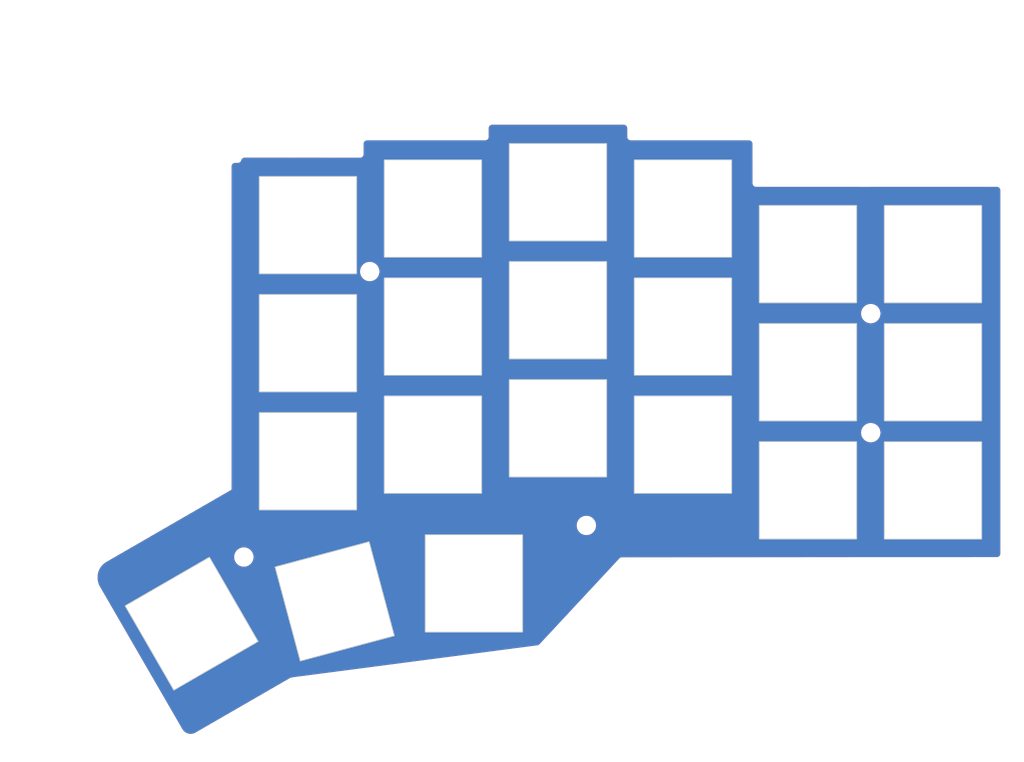
<source format=kicad_pcb>
(kicad_pcb (version 20221018) (generator pcbnew)
  (title_block (title "Corne Light") (date "2018-12-26") (rev "2.1") (company "foostan"))
  (layers (0 "F.Cu" signal) (31 "B.Cu" signal) (34 "B.Paste" user) (35 "F.Paste" user) (36 "B.SilkS" user "B.Silkscreen") (37 "F.SilkS" user "F.Silkscreen") (38 "B.Mask" user) (39 "F.Mask" user) (44 "Edge.Cuts" user))
  (net 0 "")
  (footprint "kbd:SW_Hole" (layer "F.Cu") (at 232.8125 97.555)
    (fp_text reference "SW15" hide)
    (fp_text value "SW_PUSH" hide)
    (fp_line (start -7 -7) (end -7 7) (stroke (width 0.12)) (layer "Edge.Cuts"))
    (fp_line (start -7 7) (end 7 7) (stroke (width 0.12)) (layer "Edge.Cuts"))
    (fp_line (start 7 -7) (end -7 -7) (stroke (width 0.12)) (layer "Edge.Cuts"))
    (fp_line (start 7 7) (end 7 -7) (stroke (width 0.12)) (layer "Edge.Cuts"))
  )
  (footprint "holykeebs:M2_HOLE_NPH" (layer "F.Cu") (at 187.71 72.62)
    (fp_text reference "REF**" hide)
    (fp_text value "M2_HOLE_NPH" hide)
    (pad "" np_thru_hole circle (at 0 0) (size 2.1 2.1) (drill 2.1) (layers "F&B.Cu" "*.Mask"))
  )
  (footprint "kbd:SW_Hole" (layer "F.Cu") (at 214.8125 95.18)
    (fp_text reference "SW16" hide)
    (fp_text value "SW_PUSH" hide)
    (fp_line (start -7 -7) (end -7 7) (stroke (width 0.12)) (layer "Edge.Cuts"))
    (fp_line (start -7 7) (end 7 7) (stroke (width 0.12)) (layer "Edge.Cuts"))
    (fp_line (start 7 -7) (end -7 -7) (stroke (width 0.12)) (layer "Edge.Cuts"))
    (fp_line (start 7 7) (end 7 -7) (stroke (width 0.12)) (layer "Edge.Cuts"))
  )
  (footprint "kbd:SW_Hole" (layer "F.Cu") (at 250.8125 70.11)
    (fp_text reference "SW2" hide)
    (fp_text value "SW_PUSH" hide)
    (fp_line (start -7 -7) (end -7 7) (stroke (width 0.12)) (layer "Edge.Cuts"))
    (fp_line (start -7 7) (end 7 7) (stroke (width 0.12)) (layer "Edge.Cuts"))
    (fp_line (start 7 -7) (end -7 -7) (stroke (width 0.12)) (layer "Edge.Cuts"))
    (fp_line (start 7 7) (end 7 -7) (stroke (width 0.12)) (layer "Edge.Cuts"))
  )
  (footprint "kbd:SW_Hole" (layer "F.Cu") (at 268.8125 87.11)
    (fp_text reference "SW7" hide)
    (fp_text value "SW_PUSH" hide)
    (fp_line (start -7 -7) (end -7 7) (stroke (width 0.12)) (layer "Edge.Cuts"))
    (fp_line (start -7 7) (end 7 7) (stroke (width 0.12)) (layer "Edge.Cuts"))
    (fp_line (start 7 -7) (end -7 -7) (stroke (width 0.12)) (layer "Edge.Cuts"))
    (fp_line (start 7 7) (end 7 -7) (stroke (width 0.12)) (layer "Edge.Cuts"))
  )
  (footprint "kbd:SW_Hole" (layer "F.Cu") (at 178.8125 99.93)
    (fp_text reference "SW18" hide)
    (fp_text value "SW_PUSH" hide)
    (fp_line (start -7 -7) (end -7 7) (stroke (width 0.12)) (layer "Edge.Cuts"))
    (fp_line (start -7 7) (end 7 7) (stroke (width 0.12)) (layer "Edge.Cuts"))
    (fp_line (start 7 -7) (end -7 -7) (stroke (width 0.12)) (layer "Edge.Cuts"))
    (fp_line (start 7 7) (end 7 -7) (stroke (width 0.12)) (layer "Edge.Cuts"))
  )
  (footprint "kbd:SW_Hole" (layer "F.Cu") (at 178.8125 65.93)
    (fp_text reference "SW6" hide)
    (fp_text value "SW_PUSH" hide)
    (fp_line (start -7 -7) (end -7 7) (stroke (width 0.12)) (layer "Edge.Cuts"))
    (fp_line (start -7 7) (end 7 7) (stroke (width 0.12)) (layer "Edge.Cuts"))
    (fp_line (start 7 -7) (end -7 -7) (stroke (width 0.12)) (layer "Edge.Cuts"))
    (fp_line (start 7 7) (end 7 -7) (stroke (width 0.12)) (layer "Edge.Cuts"))
  )
  (footprint "kbd:SW_Hole" (layer "F.Cu") (at 182.6625 120.11 -165)
    (fp_text reference "SW20" hide)
    (fp_text value "SW_PUSH" hide)
    (fp_line (start -7 -7) (end -7 7) (stroke (width 0.12)) (layer "Edge.Cuts"))
    (fp_line (start -7 7) (end 7 7) (stroke (width 0.12)) (layer "Edge.Cuts"))
    (fp_line (start 7 -7) (end -7 -7) (stroke (width 0.12)) (layer "Edge.Cuts"))
    (fp_line (start 7 7) (end 7 -7) (stroke (width 0.12)) (layer "Edge.Cuts"))
  )
  (footprint "kbd:SW_Hole" (layer "F.Cu") (at 202.7125 117.52 180)
    (fp_text reference "SW19" hide)
    (fp_text value "SW_PUSH" hide)
    (fp_line (start -7 -7) (end -7 7) (stroke (width 0.12)) (layer "Edge.Cuts"))
    (fp_line (start -7 7) (end 7 7) (stroke (width 0.12)) (layer "Edge.Cuts"))
    (fp_line (start 7 -7) (end -7 -7) (stroke (width 0.12)) (layer "Edge.Cuts"))
    (fp_line (start 7 7) (end 7 -7) (stroke (width 0.12)) (layer "Edge.Cuts"))
  )
  (footprint "kbd:SW_Hole" (layer "F.Cu") (at 250.8125 87.11)
    (fp_text reference "SW8" hide)
    (fp_text value "SW_PUSH" hide)
    (fp_line (start -7 -7) (end -7 7) (stroke (width 0.12)) (layer "Edge.Cuts"))
    (fp_line (start -7 7) (end 7 7) (stroke (width 0.12)) (layer "Edge.Cuts"))
    (fp_line (start 7 -7) (end -7 -7) (stroke (width 0.12)) (layer "Edge.Cuts"))
    (fp_line (start 7 7) (end 7 -7) (stroke (width 0.12)) (layer "Edge.Cuts"))
  )
  (footprint "kbd:corne-logo-horizontal-mask" (layer "F.Cu") (at 231.25 110.92)
    (fp_text reference "G***" hide)
    (fp_text value "LOGO" hide)
  )
  (footprint "kbd:SW_Hole" (layer "F.Cu") (at 214.8125 78.18)
    (fp_text reference "SW10" hide)
    (fp_text value "SW_PUSH" hide)
    (fp_line (start -7 -7) (end -7 7) (stroke (width 0.12)) (layer "Edge.Cuts"))
    (fp_line (start -7 7) (end 7 7) (stroke (width 0.12)) (layer "Edge.Cuts"))
    (fp_line (start 7 -7) (end -7 -7) (stroke (width 0.12)) (layer "Edge.Cuts"))
    (fp_line (start 7 7) (end 7 -7) (stroke (width 0.12)) (layer "Edge.Cuts"))
  )
  (footprint "kbd:SW_Hole" (layer "F.Cu") (at 196.8125 63.55)
    (fp_text reference "SW5" hide)
    (fp_text value "SW_PUSH" hide)
    (fp_line (start -7 -7) (end -7 7) (stroke (width 0.12)) (layer "Edge.Cuts"))
    (fp_line (start -7 7) (end 7 7) (stroke (width 0.12)) (layer "Edge.Cuts"))
    (fp_line (start 7 -7) (end -7 -7) (stroke (width 0.12)) (layer "Edge.Cuts"))
    (fp_line (start 7 7) (end 7 -7) (stroke (width 0.12)) (layer "Edge.Cuts"))
  )
  (footprint "kbd:SW_Hole" (layer "F.Cu") (at 268.8125 104.13)
    (fp_text reference "SW13" hide)
    (fp_text value "SW_PUSH" hide)
    (fp_line (start -7 -7) (end -7 7) (stroke (width 0.12)) (layer "Edge.Cuts"))
    (fp_line (start -7 7) (end 7 7) (stroke (width 0.12)) (layer "Edge.Cuts"))
    (fp_line (start 7 -7) (end -7 -7) (stroke (width 0.12)) (layer "Edge.Cuts"))
    (fp_line (start 7 7) (end 7 -7) (stroke (width 0.12)) (layer "Edge.Cuts"))
  )
  (footprint "kbd:SW_Hole" (layer "F.Cu") (at 268.8125 70.11)
    (fp_text reference "SW1" hide)
    (fp_text value "SW_PUSH" hide)
    (fp_line (start -7 -7) (end -7 7) (stroke (width 0.12)) (layer "Edge.Cuts"))
    (fp_line (start -7 7) (end 7 7) (stroke (width 0.12)) (layer "Edge.Cuts"))
    (fp_line (start 7 -7) (end -7 -7) (stroke (width 0.12)) (layer "Edge.Cuts"))
    (fp_line (start 7 7) (end 7 -7) (stroke (width 0.12)) (layer "Edge.Cuts"))
  )
  (footprint "kbd:SW_Hole" (layer "F.Cu") (at 214.8125 61.19)
    (fp_text reference "SW4" hide)
    (fp_text value "SW_PUSH" hide)
    (fp_line (start -7 -7) (end -7 7) (stroke (width 0.12)) (layer "Edge.Cuts"))
    (fp_line (start -7 7) (end 7 7) (stroke (width 0.12)) (layer "Edge.Cuts"))
    (fp_line (start 7 -7) (end -7 -7) (stroke (width 0.12)) (layer "Edge.Cuts"))
    (fp_line (start 7 7) (end 7 -7) (stroke (width 0.12)) (layer "Edge.Cuts"))
  )
  (footprint "kbd:SW_Hole" (layer "F.Cu") (at 178.8125 82.93)
    (fp_text reference "SW12" hide)
    (fp_text value "SW_PUSH" hide)
    (fp_line (start -7 -7) (end -7 7) (stroke (width 0.12)) (layer "Edge.Cuts"))
    (fp_line (start -7 7) (end 7 7) (stroke (width 0.12)) (layer "Edge.Cuts"))
    (fp_line (start 7 -7) (end -7 -7) (stroke (width 0.12)) (layer "Edge.Cuts"))
    (fp_line (start 7 7) (end 7 -7) (stroke (width 0.12)) (layer "Edge.Cuts"))
  )
  (footprint "kbd:SW_Hole" (layer "F.Cu") (at 196.8125 80.55)
    (fp_text reference "SW11" hide)
    (fp_text value "SW_PUSH" hide)
    (fp_line (start -7 -7) (end -7 7) (stroke (width 0.12)) (layer "Edge.Cuts"))
    (fp_line (start -7 7) (end 7 7) (stroke (width 0.12)) (layer "Edge.Cuts"))
    (fp_line (start 7 -7) (end -7 -7) (stroke (width 0.12)) (layer "Edge.Cuts"))
    (fp_line (start 7 7) (end 7 -7) (stroke (width 0.12)) (layer "Edge.Cuts"))
  )
  (footprint "kbd:SW_Hole" (layer "F.Cu") (at 162.0625 123.32 120)
    (fp_text reference "SW21" hide)
    (fp_text value "SW_PUSH" hide)
    (fp_line (start -7 -7) (end -7 7) (stroke (width 0.12)) (layer "Edge.Cuts"))
    (fp_line (start -7 7) (end 7 7) (stroke (width 0.12)) (layer "Edge.Cuts"))
    (fp_line (start 7 -7) (end -7 -7) (stroke (width 0.12)) (layer "Edge.Cuts"))
    (fp_line (start 7 7) (end 7 -7) (stroke (width 0.12)) (layer "Edge.Cuts"))
  )
  (footprint "kbd:SW_Hole" (layer "F.Cu") (at 232.8125 80.55)
    (fp_text reference "SW9" hide)
    (fp_text value "SW_PUSH" hide)
    (fp_line (start -7 -7) (end -7 7) (stroke (width 0.12)) (layer "Edge.Cuts"))
    (fp_line (start -7 7) (end 7 7) (stroke (width 0.12)) (layer "Edge.Cuts"))
    (fp_line (start 7 -7) (end -7 -7) (stroke (width 0.12)) (layer "Edge.Cuts"))
    (fp_line (start 7 7) (end 7 -7) (stroke (width 0.12)) (layer "Edge.Cuts"))
  )
  (footprint "kbd:SW_Hole" (layer "F.Cu") (at 196.8125 97.555)
    (fp_text reference "SW17" hide)
    (fp_text value "SW_PUSH" hide)
    (fp_line (start -7 -7) (end -7 7) (stroke (width 0.12)) (layer "Edge.Cuts"))
    (fp_line (start -7 7) (end 7 7) (stroke (width 0.12)) (layer "Edge.Cuts"))
    (fp_line (start 7 -7) (end -7 -7) (stroke (width 0.12)) (layer "Edge.Cuts"))
    (fp_line (start 7 7) (end 7 -7) (stroke (width 0.12)) (layer "Edge.Cuts"))
  )
  (footprint "kbd:SW_Hole" (layer "F.Cu") (at 250.8125 104.115)
    (fp_text reference "SW14" hide)
    (fp_text value "SW_PUSH" hide)
    (fp_line (start -7 -7) (end -7 7) (stroke (width 0.12)) (layer "Edge.Cuts"))
    (fp_line (start -7 7) (end 7 7) (stroke (width 0.12)) (layer "Edge.Cuts"))
    (fp_line (start 7 -7) (end -7 -7) (stroke (width 0.12)) (layer "Edge.Cuts"))
    (fp_line (start 7 7) (end 7 -7) (stroke (width 0.12)) (layer "Edge.Cuts"))
  )
  (footprint "kbd:SW_Hole" (layer "F.Cu") (at 232.8125 63.55)
    (fp_text reference "SW3" hide)
    (fp_text value "SW_PUSH" hide)
    (fp_line (start -7 -7) (end -7 7) (stroke (width 0.12)) (layer "Edge.Cuts"))
    (fp_line (start -7 7) (end 7 7) (stroke (width 0.12)) (layer "Edge.Cuts"))
    (fp_line (start 7 -7) (end -7 -7) (stroke (width 0.12)) (layer "Edge.Cuts"))
    (fp_line (start 7 7) (end 7 -7) (stroke (width 0.12)) (layer "Edge.Cuts"))
  )
  (footprint "holykeebs:M2_HOLE_NPH" (layer "B.Cu") (at 259.8525 78.68 180)
    (fp_text reference "h2" hide)
    (fp_text value "h2" hide)
    (pad "" np_thru_hole circle (at 0 0 180) (size 2.1 2.1) (drill 2.1) (layers "F&B.Cu" "*.Mask"))
  )
  (footprint "holykeebs:M2_HOLE_NPH" (layer "B.Cu") (at 259.8525 95.82 180)
    (fp_text reference "h2" hide)
    (fp_text value "h2" hide)
    (pad "" np_thru_hole circle (at 0 0 180) (size 2.1 2.1) (drill 2.1) (layers "F&B.Cu" "*.Mask"))
  )
  (footprint "holykeebs:M2_HOLE_NPH" (layer "B.Cu") (at 218.9025 109.18 180)
    (fp_text reference "h2" hide)
    (fp_text value "h2" hide)
    (pad "" np_thru_hole circle (at 0 0 180) (size 2.1 2.1) (drill 2.1) (layers "F&B.Cu" "*.Mask"))
  )
  (footprint "holykeebs:M2_HOLE_NPH" (layer "B.Cu") (at 169.5825 113.73 180)
    (fp_text reference "h2" hide)
    (fp_text value "h2" hide)
    (pad "" np_thru_hole circle (at 0 0 180) (size 2.1 2.1) (drill 2.1) (layers "F&B.Cu" "*.Mask"))
  )
  (footprint "kbd:corne-logo-horizontal-mask" (layer "B.Cu") (at 231.25 110.92 180)
    (fp_text reference "G***" hide)
    (fp_text value "LOGO" hide)
  )
  (gr_line (start 148.859294 117.98231) (end 160.7725 138.58) (stroke (width 0.01)) (layer "Edge.Cuts"))
  (gr_line (start 204.849956 51.844599) (end 204.83298 51.97402) (stroke (width 0.01)) (layer "Edge.Cuts"))
  (gr_line (start 161.106533 138.928595) (end 161.313845 139.054071) (stroke (width 0.01)) (layer "Edge.Cuts"))
  (gr_line (start 242.572984 53.791001) (end 242.452391 53.741053) (stroke (width 0.01)) (layer "Edge.Cuts"))
  (gr_line (start 225.163572 53.706979) (end 225.042984 53.657027) (stroke (width 0.01)) (layer "Edge.Cuts"))
  (gr_line (start 224.725999 51.724016) (end 224.646539 51.620461) (stroke (width 0.01)) (layer "Edge.Cuts"))
  (gr_line (start 224.422391 51.491053) (end 224.29298 51.47402) (stroke (width 0.01)) (layer "Edge.Cuts"))
  (gr_line (start 204.815939 53.353433) (end 204.765989 53.474028) (stroke (width 0.01)) (layer "Edge.Cuts"))
  (gr_line (start 204.462391 53.707024) (end 204.33298 53.72402) (stroke (width 0.01)) (layer "Edge.Cuts"))
  (gr_line (start 278.5125 60.92) (end 278.495463 60.79059) (stroke (width 0.01)) (layer "Edge.Cuts"))
  (gr_line (start 242.978947 60.273553) (end 242.899487 60.17) (stroke (width 0.01)) (layer "Edge.Cuts"))
  (gr_line (start 148.523566 116.601155) (end 148.523398 116.727309) (stroke (width 0.01)) (layer "Edge.Cuts"))
  (gr_line (start 225.29298 53.72402) (end 225.163572 53.706979) (stroke (width 0.01)) (layer "Edge.Cuts"))
  (gr_line (start 223.789155 113.82779) (end 223.902303 113.784662) (stroke (width 0.01)) (layer "Edge.Cuts"))
  (gr_line (start 278.366053 113.593553) (end 278.445513 113.49) (stroke (width 0.01)) (layer "Edge.Cuts"))
  (gr_line (start 168.849895 56.953598) (end 168.722598 56.97002) (stroke (width 0.01)) (layer "Edge.Cuts"))
  (gr_line (start 242.82298 54.22402) (end 242.805947 54.094609) (stroke (width 0.01)) (layer "Edge.Cuts"))
  (gr_line (start 161.313845 139.054071) (end 161.539833 139.141544) (stroke (width 0.01)) (layer "Edge.Cuts"))
  (gr_line (start 205.203557 51.49104) (end 205.08295 51.540981) (stroke (width 0.01)) (layer "Edge.Cuts"))
  (gr_line (start 186.889911 53.973998) (end 186.839956 54.094599) (stroke (width 0.01)) (layer "Edge.Cuts"))
  (gr_line (start 162.25928 139.155483) (end 162.488487 139.07683) (stroke (width 0.01)) (layer "Edge.Cuts"))
  (gr_line (start 242.32298 53.72402) (end 225.29298 53.72402) (stroke (width 0.01)) (layer "Edge.Cuts"))
  (gr_line (start 204.58298 53.657059) (end 204.462391 53.707024) (stroke (width 0.01)) (layer "Edge.Cuts"))
  (gr_line (start 162.488487 139.07683) (end 162.700512 138.959491) (stroke (width 0.01)) (layer "Edge.Cuts"))
  (gr_line (start 278.2625 60.486987) (end 278.14191 60.437037) (stroke (width 0.01)) (layer "Edge.Cuts"))
  (gr_line (start 224.0225 113.77) (end 258.90298 113.74402) (stroke (width 0.01)) (layer "Edge.Cuts"))
  (gr_line (start 205.33298 51.47402) (end 205.203557 51.49104) (stroke (width 0.01)) (layer "Edge.Cuts"))
  (gr_line (start 278.0125 60.42) (end 258.8475 60.42402) (stroke (width 0.01)) (layer "Edge.Cuts"))
  (gr_line (start 176.25798 131.13402) (end 176.582029 131.053177) (stroke (width 0.01)) (layer "Edge.Cuts"))
  (gr_line (start 160.924229 138.768946) (end 161.106533 138.928595) (stroke (width 0.01)) (layer "Edge.Cuts"))
  (gr_line (start 258.8475 60.42402) (end 243.3325 60.42) (stroke (width 0.01)) (layer "Edge.Cuts"))
  (gr_line (start 258.90298 113.74402) (end 278.0125 113.74) (stroke (width 0.01)) (layer "Edge.Cuts"))
  (gr_line (start 169.432098 56.283162) (end 169.326352 56.369507) (stroke (width 0.01)) (layer "Edge.Cuts"))
  (gr_line (start 169.151169 56.727622) (end 169.071486 56.82825) (stroke (width 0.01)) (layer "Edge.Cuts"))
  (gr_line (start 162.700512 138.959491) (end 176.25798 131.13402) (stroke (width 0.01)) (layer "Edge.Cuts"))
  (gr_line (start 223.689693 113.896852) (end 223.789155 113.82779) (stroke (width 0.01)) (layer "Edge.Cuts"))
  (gr_line (start 243.20309 60.402963) (end 243.0825 60.353013) (stroke (width 0.01)) (layer "Edge.Cuts"))
  (gr_line (start 242.899487 60.17) (end 242.849537 60.04941) (stroke (width 0.01)) (layer "Edge.Cuts"))
  (gr_line (start 205.08295 51.540981) (end 204.979382 51.62044) (stroke (width 0.01)) (layer "Edge.Cuts"))
  (gr_line (start 186.805939 55.853433) (end 186.755989 55.974028) (stroke (width 0.01)) (layer "Edge.Cuts"))
  (gr_line (start 204.686531 53.577589) (end 204.58298 53.657059) (stroke (width 0.01)) (layer "Edge.Cuts"))
  (gr_line (start 186.82298 55.72402) (end 186.805939 55.853433) (stroke (width 0.01)) (layer "Edge.Cuts"))
  (gr_line (start 186.82298 54.22402) (end 186.82298 55.72402) (stroke (width 0.01)) (layer "Edge.Cuts"))
  (gr_line (start 169.202598 56.61002) (end 169.151169 56.727622) (stroke (width 0.01)) (layer "Edge.Cuts"))
  (gr_line (start 167.8125 57.469811) (end 167.8125 104.02722) (stroke (width 0.01)) (layer "Edge.Cuts"))
  (gr_line (start 224.810021 53.353428) (end 224.79298 53.22402) (stroke (width 0.01)) (layer "Edge.Cuts"))
  (gr_line (start 278.14191 60.437037) (end 278.0125 60.42) (stroke (width 0.01)) (layer "Edge.Cuts"))
  (gr_line (start 242.8325 59.92) (end 242.82298 54.22402) (stroke (width 0.01)) (layer "Edge.Cuts"))
  (gr_line (start 278.366053 60.566447) (end 278.2625 60.486987) (stroke (width 0.01)) (layer "Edge.Cuts"))
  (gr_line (start 278.445513 60.67) (end 278.366053 60.566447) (stroke (width 0.01)) (layer "Edge.Cuts"))
  (gr_line (start 242.755999 53.974016) (end 242.676539 53.870461) (stroke (width 0.01)) (layer "Edge.Cuts"))
  (gr_line (start 278.14191 113.722963) (end 278.2625 113.673013) (stroke (width 0.01)) (layer "Edge.Cuts"))
  (gr_line (start 224.79298 53.22402) (end 224.79298 51.97402) (stroke (width 0.01)) (layer "Edge.Cuts"))
  (gr_line (start 169.326352 56.369507) (end 169.247902 56.481236) (stroke (width 0.01)) (layer "Edge.Cuts"))
  (gr_line (start 167.8125 104.02722) (end 149.773796 114.439294) (stroke (width 0.01)) (layer "Edge.Cuts"))
  (gr_line (start 186.676531 56.077589) (end 186.57298 56.157059) (stroke (width 0.01)) (layer "Edge.Cuts"))
  (gr_line (start 160.7725 138.58) (end 160.924229 138.768946) (stroke (width 0.01)) (layer "Edge.Cuts"))
  (gr_arc (start 148.859294 117.98231) (mid 148.608388 117.377011) (end 148.523398 116.727309) (stroke (width 0.01)) (layer "Edge.Cuts"))
  (gr_line (start 243.0825 60.353013) (end 242.978947 60.273553) (stroke (width 0.01)) (layer "Edge.Cuts"))
  (gr_line (start 176.912424 131.004364) (end 211.876637 126.434977) (stroke (width 0.01)) (layer "Edge.Cuts"))
  (gr_line (start 224.859973 53.474016) (end 224.810021 53.353428) (stroke (width 0.01)) (layer "Edge.Cuts"))
  (gr_line (start 169.071486 56.82825) (end 168.968805 56.905268) (stroke (width 0.01)) (layer "Edge.Cuts"))
  (gr_line (start 278.0125 113.74) (end 278.14191 113.722963) (stroke (width 0.01)) (layer "Edge.Cuts"))
  (gr_arc (start 167.8125 57.469811) (mid 167.959033 57.11616) (end 168.312755 56.969811) (stroke (width 0.01)) (layer "Edge.Cuts"))
  (gr_line (start 161.539833 139.141544) (end 161.777599 139.188342) (stroke (width 0.01)) (layer "Edge.Cuts"))
  (gr_line (start 168.968805 56.905268) (end 168.849895 56.953598) (stroke (width 0.01)) (layer "Edge.Cuts"))
  (gr_line (start 224.79298 51.97402) (end 224.775947 51.844609) (stroke (width 0.01)) (layer "Edge.Cuts"))
  (gr_line (start 162.01988 139.193036) (end 162.25928 139.155483) (stroke (width 0.01)) (layer "Edge.Cuts"))
  (gr_line (start 169.247902 56.481236) (end 169.202598 56.61002) (stroke (width 0.01)) (layer "Edge.Cuts"))
  (gr_line (start 224.939432 53.577568) (end 224.859973 53.474016) (stroke (width 0.01)) (layer "Edge.Cuts"))
  (gr_line (start 204.83298 51.97402) (end 204.83298 53.22402) (stroke (width 0.01)) (layer "Edge.Cuts"))
  (gr_line (start 176.582029 131.053177) (end 176.912424 131.004364) (stroke (width 0.01)) (layer "Edge.Cuts"))
  (gr_line (start 187.193557 53.74104) (end 187.07295 53.790981) (stroke (width 0.01)) (layer "Edge.Cuts"))
  (gr_line (start 186.755989 55.974028) (end 186.676531 56.077589) (stroke (width 0.01)) (layer "Edge.Cuts"))
  (gr_line (start 223.902303 113.784662) (end 224.0225 113.77) (stroke (width 0.01)) (layer "Edge.Cuts"))
  (gr_line (start 204.83298 53.22402) (end 204.815939 53.353433) (stroke (width 0.01)) (layer "Edge.Cuts"))
  (gr_line (start 204.33298 53.72402) (end 187.32298 53.72402) (stroke (width 0.01)) (layer "Edge.Cuts"))
  (gr_line (start 186.839956 54.094599) (end 186.82298 54.22402) (stroke (width 0.01)) (layer "Edge.Cuts"))
  (gr_line (start 204.979382 51.62044) (end 204.899911 51.723998) (stroke (width 0.01)) (layer "Edge.Cuts"))
  (gr_line (start 278.445513 113.49) (end 278.495463 113.36941) (stroke (width 0.01)) (layer "Edge.Cuts"))
  (gr_line (start 278.2625 113.673013) (end 278.366053 113.593553) (stroke (width 0.01)) (layer "Edge.Cuts"))
  (gr_line (start 187.32298 53.72402) (end 187.193557 53.74104) (stroke (width 0.01)) (layer "Edge.Cuts"))
  (gr_line (start 278.5125 113.24) (end 278.5125 60.92) (stroke (width 0.01)) (layer "Edge.Cuts"))
  (gr_arc (start 148.523566 116.601155) (mid 148.859402 115.352929) (end 149.773796 114.439294) (stroke (width 0.01)) (layer "Edge.Cuts"))
  (gr_line (start 243.3325 60.42) (end 243.20309 60.402963) (stroke (width 0.01)) (layer "Edge.Cuts"))
  (gr_line (start 186.969382 53.87044) (end 186.889911 53.973998) (stroke (width 0.01)) (layer "Edge.Cuts"))
  (gr_line (start 204.899911 51.723998) (end 204.849956 51.844599) (stroke (width 0.01)) (layer "Edge.Cuts"))
  (gr_line (start 168.722598 56.97002) (end 168.312755 56.969811) (stroke (width 0.01)) (layer "Edge.Cuts"))
  (gr_line (start 242.849537 60.04941) (end 242.8325 59.92) (stroke (width 0.01)) (layer "Edge.Cuts"))
  (gr_line (start 186.452391 56.207024) (end 186.32298 56.22402) (stroke (width 0.01)) (layer "Edge.Cuts"))
  (gr_line (start 224.775947 51.844609) (end 224.725999 51.724016) (stroke (width 0.01)) (layer "Edge.Cuts"))
  (gr_line (start 278.495463 113.36941) (end 278.5125 113.24) (stroke (width 0.01)) (layer "Edge.Cuts"))
  (gr_line (start 186.32298 56.22402) (end 169.6925 56.21) (stroke (width 0.01)) (layer "Edge.Cuts"))
  (gr_line (start 225.042984 53.657027) (end 224.939432 53.577568) (stroke (width 0.01)) (layer "Edge.Cuts"))
  (gr_line (start 186.57298 56.157059) (end 186.452391 56.207024) (stroke (width 0.01)) (layer "Edge.Cuts"))
  (gr_line (start 204.765989 53.474028) (end 204.686531 53.577589) (stroke (width 0.01)) (layer "Edge.Cuts"))
  (gr_line (start 242.676539 53.870461) (end 242.572984 53.791001) (stroke (width 0.01)) (layer "Edge.Cuts"))
  (gr_line (start 224.646539 51.620461) (end 224.542984 51.541001) (stroke (width 0.01)) (layer "Edge.Cuts"))
  (gr_line (start 169.557258 56.228638) (end 169.432098 56.283162) (stroke (width 0.01)) (layer "Edge.Cuts"))
  (gr_line (start 224.29298 51.47402) (end 205.33298 51.47402) (stroke (width 0.01)) (layer "Edge.Cuts"))
  (gr_line (start 161.777599 139.188342) (end 162.01988 139.193036) (stroke (width 0.01)) (layer "Edge.Cuts"))
  (gr_line (start 169.6925 56.21) (end 169.557258 56.228638) (stroke (width 0.01)) (layer "Edge.Cuts"))
  (gr_line (start 212.025581 126.383443) (end 212.1525 126.29) (stroke (width 0.01)) (layer "Edge.Cuts"))
  (gr_line (start 211.876637 126.434977) (end 212.025581 126.383443) (stroke (width 0.01)) (layer "Edge.Cuts"))
  (gr_line (start 212.1525 126.29) (end 223.689693 113.896852) (stroke (width 0.01)) (layer "Edge.Cuts"))
  (gr_line (start 242.452391 53.741053) (end 242.32298 53.72402) (stroke (width 0.01)) (layer "Edge.Cuts"))
  (gr_line (start 278.495463 60.79059) (end 278.445513 60.67) (stroke (width 0.01)) (layer "Edge.Cuts"))
  (gr_line (start 187.07295 53.790981) (end 186.969382 53.87044) (stroke (width 0.01)) (layer "Edge.Cuts"))
  (gr_line (start 242.805947 54.094609) (end 242.755999 53.974016) (stroke (width 0.01)) (layer "Edge.Cuts"))
  (gr_line (start 224.542984 51.541001) (end 224.422391 51.491053) (stroke (width 0.01)) (layer "Edge.Cuts"))
  (zone (net 0) (net_name "") (layer "F.Cu") (connect_pads (clearance 0.5)) (min_thickness 0.25) (fill yes (thermal_gap 0.5) (thermal_bridge_width 0.5) (island_removal_mode 1) (island_area_min 10))
    (polygon (pts (xy 134.48 34.12) (xy 281.93 34.12) (xy 281.93 142.71) (xy 281.36 143.28) (xy 134.77 143.28) (xy 134.48 142.99) (xy 134.48 34.4) (xy 135.05 33.83) (xy 134.77 33.83)))
  )
  (zone (net 0) (net_name "") (layer "B.Cu") (connect_pads (clearance 0.5)) (min_thickness 0.25) (fill yes (thermal_gap 0.5) (thermal_bridge_width 0.5) (island_removal_mode 1) (island_area_min 10))
    (polygon (pts (xy 134.47 33.81) (xy 281.92 33.81) (xy 281.92 142.4) (xy 281.35 142.97) (xy 134.76 142.97) (xy 134.47 142.68) (xy 134.47 34.09) (xy 135.04 33.52) (xy 134.76 33.52)))
  )
)
</source>
